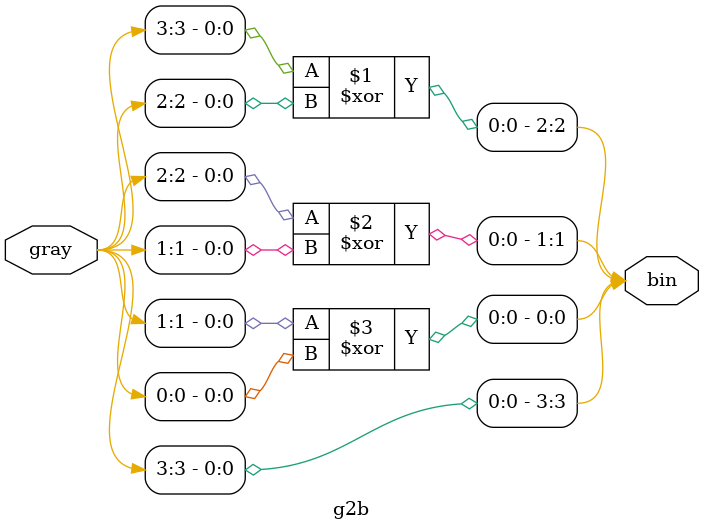
<source format=v>
module g2b(gray, bin);
input [3:0] gray;
output [3:0] bin;
integer  i;

assign bin[3] = gray[3];
assign bin[2] = gray[3] ^ gray[2];
assign bin[1] = gray[2] ^ gray[1];
assign bin[0] = gray[1] ^ gray[0];
endmodule

</source>
